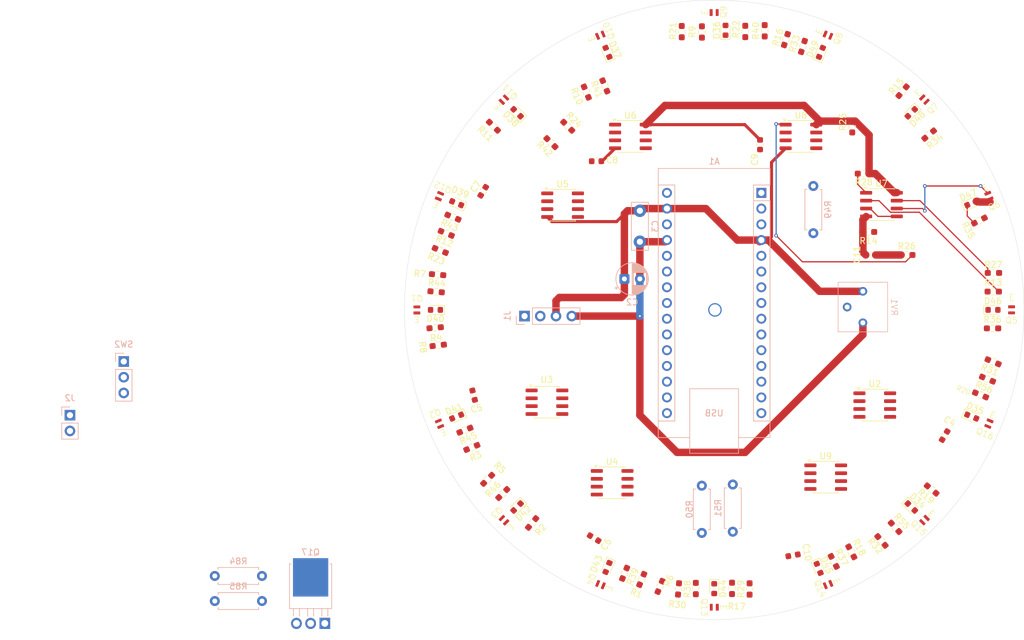
<source format=kicad_pcb>
(kicad_pcb (version 20241229) (generator "pcbnew") (generator_version "9.0")
  (layers (0 "F.Cu" signal) (2 "B.Cu" signal) (13 "F.Paste" user) (15 "B.Paste" user) (5 "F.SilkS" user "F.Silkscreen") (7 "B.SilkS" user "B.Silkscreen") (1 "F.Mask" user) (3 "B.Mask" user) (25 "Edge.Cuts" user))
  (net 0 "")
  (net 4 "VCC")
  (net 5 "Net-(A1-D0{slash}RX)")
  (net 6 "Net-(A1-A3)")
  (net 7 "Net-(A1-D1{slash}TX)")
  (net 8 "Net-(A1-D9)")
  (net 10 "Net-(A1-D10)")
  (net 11 "Net-(A1-D8)")
  (net 12 "Net-(A1-D6)")
  (net 13 "Net-(A1-A1)")
  (net 15 "Net-(A1-D4)")
  (net 16 "Net-(A1-D12)")
  (net 17 "Net-(A1-D3)")
  (net 18 "Net-(A1-D11)")
  (net 19 "Net-(A1-D5)")
  (net 21 "Net-(A1-D7)")
  (net 22 "Net-(A1-A4)")
  (net 23 "GND")
  (net 24 "Net-(A1-D13)")
  (net 25 "Net-(A1-D2)")
  (net 26 "Net-(A1-A0)")
  (net 28 "Net-(A1-A2)")
  (net 30 "Net-(D34-K)")
  (net 31 "Net-(D36-K)")
  (net 32 "Net-(D39-K)")
  (net 33 "Net-(D40-K)")
  (net 34 "Net-(D35-K)")
  (net 35 "Net-(D37-K)")
  (net 36 "Net-(D38-K)")
  (net 37 "Net-(D41-K)")
  (net 38 "Net-(D42-K)")
  (net 39 "Net-(D43-K)")
  (net 40 "Net-(D44-K)")
  (net 41 "Net-(D45-K)")
  (net 42 "Net-(D46-K)")
  (net 43 "Net-(D47-K)")
  (net 44 "Net-(D48-K)")
  (net 45 "Net-(D49-K)")
  (net 46 "Net-(J1-Pin_1)")
  (net 47 "Net-(J2-Pin_1)")
  (net 48 "Net-(Q1-E)")
  (net 49 "Net-(Q2-E)")
  (net 50 "Net-(Q3-E)")
  (net 51 "Net-(Q4-E)")
  (net 52 "Net-(Q5-E)")
  (net 53 "Net-(Q6-E)")
  (net 54 "Net-(Q7-E)")
  (net 55 "Net-(Q8-E)")
  (net 56 "Net-(Q9-E)")
  (net 57 "Net-(Q10-E)")
  (net 58 "Net-(Q11-E)")
  (net 59 "Net-(Q12-E)")
  (net 60 "Net-(Q13-E)")
  (net 61 "Net-(Q14-E)")
  (net 62 "Net-(Q15-E)")
  (net 63 "Net-(Q16-E)")
  (net 64 "Net-(Q17-D)")
  (net 65 "Net-(Q17-G)")
  (net 66 "Net-(R50-Pad1)")
  (net 67 "Net-(U2A-+)")
  (footprint "Resistor_SMD:R_0603_1608Metric_Pad0.98x0.95mm_HandSolder" (layer "F.Cu") (at 180.413456 64.699016 -130)
    (property "Reference" "R15")
    (property "Value" "R")
  )
  (footprint "NJL7502R:NJL7502R" (layer "F.Cu") (at 150 148 -90)
    (property "Reference" "Q13")
    (property "Value" "Q_Photo_NPN" (hide yes))
  )
  (footprint "LED_SMD:LED_0603_1608Metric" (layer "F.Cu") (at 181.819805 131.819805 -45)
    (property "Reference" "D34")
    (property "Value" "LED")
  )
  (footprint "LED_SMD:LED_0603_1608Metric" (layer "F.Cu") (at 166.857297 141.723273 -68)
    (property "Reference" "D45")
    (property "Value" "LED")
  )
  (footprint "Resistor_SMD:R_0603_1608Metric_Pad0.98x0.95mm_HandSolder" (layer "F.Cu") (at 161.575394 56.362733 -107.5)
    (property "Reference" "R16")
    (property "Value" "R")
  )
  (footprint "Resistor_SMD:R_0603_1608Metric_Pad0.98x0.95mm_HandSolder" (layer "F.Cu") (at 172.133346 139.061397 117.5)
    (property "Reference" "R18")
    (property "Value" "R")
  )
  (footprint "Resistor_SMD:R_0603_1608Metric_Pad0.98x0.95mm_HandSolder" (layer "F.Cu") (at 155.014 55.0525 -90)
    (property "Reference" "R22")
    (property "Value" "R")
  )
  (footprint "NJL7502R:NJL7502R" (layer "F.Cu") (at 194.346218 118.368805 -22.5)
    (property "Reference" "Q16")
    (property "Value" "Q_Photo_NPN" (hide yes))
  )
  (footprint "Capacitor_SMD:C_0603_1608Metric" (layer "F.Cu") (at 162.726774 139.622577 -170)
    (property "Reference" "C10")
    (property "Value" "C")
  )
  (footprint "Resistor_SMD:R_0603_1608Metric_Pad0.98x0.95mm_HandSolder" (layer "F.Cu") (at 129.3492 64.84304 -67.5)
    (property "Reference" "R10")
    (property "Value" "R")
  )
  (footprint "Resistor_SMD:R_0603_1608Metric_Pad0.98x0.95mm_HandSolder" (layer "F.Cu") (at 135.538606 142.520267 -112.5)
    (property "Reference" "R39")
    (property "Value" "R")
  )
  (footprint "Resistor_SMD:R_0603_1608Metric_Pad0.98x0.95mm_HandSolder" (layer "F.Cu") (at 144.76 55.0815 -90)
    (property "Reference" "R21")
    (property "Value" "R")
  )
  (footprint "NJL7502R:NJL7502R" (layer "F.Cu") (at 168.369805 144.346218 -67.5)
    (property "Reference" "Q14")
    (property "Value" "Q_Photo_NPN" (hide yes))
  )
  (footprint "NJL7502R:NJL7502R" (layer "F.Cu") (at 105.653782 118.368805 -157.5)
    (property "Reference" "Q2")
    (property "Value" "Q_Photo_NPN" (hide yes))
  )
  (footprint "Resistor_SMD:R_0603_1608Metric_Pad0.98x0.95mm_HandSolder" (layer "F.Cu") (at 195.0745 94.034 180)
    (property "Reference" "R27")
    (property "Value" "R")
  )
  (footprint "Resistor_SMD:R_0603_1608Metric_Pad0.98x0.95mm_HandSolder" (layer "F.Cu") (at 105.109028 97.079529 -5)
    (property "Reference" "R44")
    (property "Value" "R")
  )
  (footprint "NJL7502R:NJL7502R" (layer "F.Cu") (at 131.631195 55.653782 112.5)
    (property "Reference" "Q10")
    (property "Value" "Q_Photo_NPN" (hide yes))
  )
  (footprint "NJL7502R:NJL7502R" (layer "F.Cu") (at 183.941125 133.941125 -45)
    (property "Reference" "Q15")
    (property "Value" "Q_Photo_NPN" (hide yes))
  )
  (footprint "Package_SO:SOIC-8_3.9x4.9mm_P1.27mm" (layer "F.Cu") (at 164 72)
    (property "Reference" "U8")
    (property "Value" "LM393")
  )
  (footprint "LED_SMD:LED_0603_1608Metric" (layer "F.Cu") (at 151.827 54.8675 90)
    (property "Reference" "D36")
    (property "Value" "LED")
  )
  (footprint "LED_SMD:LED_0603_1608Metric" (layer "F.Cu") (at 108.425421 117.220754 -157.5)
    (property "Reference" "D41")
    (property "Value" "LED")
  )
  (footprint "Resistor_SMD:R_0603_1608Metric_Pad0.98x0.95mm_HandSolder" (layer "F.Cu") (at 110.87196 122.203199 22.5)
    (property "Reference" "R3")
    (property "Value" "R")
  )
  (footprint "Resistor_SMD:R_0603_1608Metric_Pad0.98x0.95mm_HandSolder" (layer "F.Cu") (at 172.28094 70.438209 -90)
    (property "Reference" "R25")
    (property "Value" "R")
  )
  (footprint "LED_SMD:LED_0603_1608Metric" (layer "F.Cu") (at 150 145 -90)
    (property "Reference" "D44")
    (property "Value" "LED")
  )
  (footprint "Resistor_SMD:R_0603_1608Metric_Pad0.98x0.95mm_HandSolder" (layer "F.Cu") (at 194.928 102.981)
    (property "Reference" "R36")
    (property "Value" "R")
  )
  (footprint "LED_SMD:LED_0603_1608Metric" (layer "F.Cu") (at 167.220754 58.425421 67.5)
    (property "Reference" "D49")
    (property "Value" "LED")
  )
  (footprint "Package_SO:SOIC-8_3.9x4.9mm_P1.27mm" (layer "F.Cu") (at 136.475 72)
    (property "Reference" "U6")
    (property "Value" "LM393")
  )
  (footprint "Resistor_SMD:R_0603_1608Metric_Pad0.98x0.95mm_HandSolder" (layer "F.Cu") (at 155.71 145.0525 90)
    (property "Reference" "R29")
    (property "Value" "R")
  )
  (footprint "Resistor_SMD:R_0603_1608Metric_Pad0.98x0.95mm_HandSolder" (layer "F.Cu") (at 113.427765 127.353235 45)
    (property "Reference" "R5")
    (property "Value" "R")
  )
  (footprint "LED_SMD:LED_0603_1608Metric" (layer "F.Cu") (at 191.574579 82.779246 22.5)
    (property "Reference" "D47")
    (property "Value" "LED")
  )
  (footprint "Resistor_SMD:R_0603_1608Metric_Pad0.98x0.95mm_HandSolder" (layer "F.Cu") (at 106.74296 87.644801 -22.5)
    (property "Reference" "R12")
    (property "Value" "R")
  )
  (footprint "Package_SO:SOIC-8_3.9x4.9mm_P1.27mm" (layer "F.Cu") (at 168 127)
    (property "Reference" "U9")
    (property "Value" "LM393")
  )
  (footprint "Capacitor_SMD:C_0603_1608Metric" (layer "F.Cu") (at 131 76)
    (property "Reference" "C8")
    (property "Value" "C")
  )
  (footprint "Capacitor_SMD:C_0603_1608Metric" (layer "F.Cu") (at 130.619204 136.848063 148.5)
    (property "Reference" "C6")
    (property "Value" "C")
  )
  (footprint "Resistor_SMD:R_0603_1608Metric_Pad0.98x0.95mm_HandSolder" (layer "F.Cu") (at 105.346972 94.31247 -5)
    (property "Reference" "R7")
    (property "Value" "R")
  )
  (footprint "LED_SMD:LED_0603_1608Metric" (layer "F.Cu") (at 195 100)
    (property "Reference" "D46")
    (property "Value" "LED")
  )
  (footprint "Resistor_SMD:R_0603_1608Metric_Pad0.98x0.95mm_HandSolder" (layer "F.Cu") (at 181.087499 91.134578)
    (property "Reference" "R26")
    (property "Value" "R")
  )
  (footprint "Package_SO:SOIC-8_3.9x4.9mm_P1.27mm" (layer "F.Cu") (at 125.525 83.095001)
    (property "Reference" "U5")
    (property "Value" "LM393")
  )
  (footprint "Resistor_SMD:R_0603_1608Metric_Pad0.98x0.95mm_HandSolder" (layer "F.Cu") (at 115.872765 129.646235 -135)
    (property "Reference" "R46")
    (property "Value" "R")
  )
  (footprint "NJL7502R:NJL7502R" (layer "F.Cu") (at 150 52 90)
    (property "Reference" "Q9")
    (property "Value" "Q_Photo_NPN" (hide yes))
  )
  (footprint "Resistor_SMD:R_0603_1608Metric_Pad0.98x0.95mm_HandSolder" (layer "F.Cu") (at 194.116 111.175 157.5)
    (property "Reference" "R56")
    (property "Value" "R")
  )
  (footprint "Resistor_SMD:R_0603_1608Metric_Pad0.98x0.95mm_HandSolder" (layer "F.Cu") (at 105.448302 105.726206 7)
    (property "Reference" "R8")
    (property "Value" "R")
  )
  (footprint "Resistor_SMD:R_0603_1608Metric_Pad0.98x0.95mm_HandSolder" (layer "F.Cu") (at 147.032 144.9815 -90)
    (property "Reference" "R38")
    (property "Value" "R")
  )
  (footprint "Resistor_SMD:R_0603_1608Metric_Pad0.98x0.95mm_HandSolder" (layer "F.Cu") (at 152.876 144.9565 90)
    (property "Reference" "R17")
    (property "Value" "R")
  )
  (footprint "Resistor_SMD:R_0603_1608Metric_Pad0.98x0.95mm_HandSolder" (layer "F.Cu") (at 138.302801 143.51204 67.5)
    (property "Reference" "R1")
    (property "Value" "R")
  )
  (footprint "NJL7502R:NJL7502R" (layer "F.Cu") (at 168.368805 55.653782 67.5)
    (property "Reference" "Q8")
    (property "Value" "Q_Photo_NPN" (hide yes))
  )
  (footprint "Resistor_SMD:R_0603_1608Metric_Pad0.98x0.95mm_HandSolder" (layer "F.Cu") (at 120.605 134.395 50)
    (property "Reference" "R2")
    (property "Value" "R")
  )
  (footprint "Capacitor_SMD:C_0603_1608Metric" (layer "F.Cu") (at 111.163511 113.769021 104)
    (property "Reference" "C5")
    (property "Value" "C")
  )
  (footprint "Resistor_SMD:R_0603_1608Metric_Pad0.98x0.95mm_HandSolder" (layer "F.Cu") (at 158.15 54.9415 90)
    (property "Reference" "R40")
    (property "Value" "R")
  )
  (footprint "NJL7502R:NJL7502R" (layer "F.Cu") (at 102 100 180)
    (property "Reference" "Q1")
    (property "Value" "Q_Photo_NPN" (hide yes))
  )
  (footprint "Resistor_SMD:R_0603_1608Metric_Pad0.98x0.95mm_HandSolder" (layer "F.Cu") (at 179.2 135.1 -48)
    (property "Reference" "R55")
    (property "Value" "R")
  )
  (footprint "Resistor_SMD:R_0603_1608Metric_Pad0.98x0.95mm_HandSolder" (layer "F.Cu") (at 123.645235 73 135)
    (property "Reference" "R42")
    (property "Value" "R")
  )
  (footprint "NJL7502R:NJL7502R" (layer "F.Cu") (at 198 100)
    (property "Reference" "Q5")
    (property "Value" "Q_Photo_NPN" (hide yes))
  )
  (footprint "LED_SMD:LED_0603_1608Metric" (layer "F.Cu") (at 108.425421 82.779246 157.5)
    (property "Reference" "D39")
    (property "Value" "LED")
  )
  (footprint "NJL7502R:NJL7502R" (layer "F.Cu") (at 105.653782 81.631195 157.5)
    (property "Reference" "Q12")
    (property "Value" "Q_Photo_NPN" (hide yes))
  )
  (footprint "Resistor_SMD:R_0603_1608Metric_Pad0.98x0.95mm_HandSolder" (layer "F.Cu") (at 105.77896 90.403801 -22.5)
    (property "Reference" "R23")
    (property "Value" "R")
  )
  (footprint "Resistor_SMD:R_0603_1608Metric_Pad0.98x0.95mm_HandSolder" (layer "F.Cu") (at 174.9125 87.421344 180)
    (property "Reference" "R14")
    (property "Value" "R")
  )
  (footprint "Package_SO:SOIC-8_3.9x4.9mm_P1.27mm" (layer "F.Cu") (at 175.917463 115.365)
    (property "Reference" "U2")
    (property "Value" "LM393")
  )
  (footprint "Resistor_SMD:R_0603_1608Metric_Pad0.98x0.95mm_HandSolder" (layer "F.Cu") (at 104.951972 102.88253 5)
    (property "Reference" "R4")
    (property "Value" "R")
  )
  (footprint "Resistor_SMD:R_0603_1608Metric_Pad0.98x0.95mm_HandSolder" (layer "F.Cu") (at 144.23947 145.043028 85)
    (property "Reference" "R30")
    (property "Value" "R")
  )
  (footprint "Resistor_SMD:R_0603_1608Metric_Pad0.98x0.95mm_HandSolder" (layer "F.Cu") (at 164.325606 57.470267 72.5)
    (property "Reference" "R33")
    (property "Value" "R")
  )
  (footprint "NJL7502R:NJL7502R" (layer "F.Cu") (at 194.346218 81.631195 22.5)
    (property "Reference" "Q6")
    (property "Value" "Q_Photo_NPN" (hide yes))
  )
  (footprint "LED_SMD:LED_0603_1608Metric" (layer "F.Cu") (at 191.574579 117.220754 -22.5)
    (property "Reference" "D35")
    (property "Value" "LED")
  )
  (footprint "NJL7502R:NJL7502R" (layer "F.Cu") (at 116.058875 133.941125 -135)
    (property "Reference" "Q3")
    (property "Value" "Q_Photo_NPN" (hide yes))
  )
  (footprint "Package_SO:SOIC-8_3.9x4.9mm_P1.27mm" (layer "F.Cu") (at 177 83)
    (property "Reference" "U7")
    (property "Value" "LM393")
  )
  (footprint "Capacitor_SMD:C_0603_1608Metric" (layer "F.Cu") (at 187.201839 120.293685 -121.5)
    (property "Reference" "C4")
    (property "Value" "C")
  )
  (footprint "Resistor_SMD:R_0603_1608Metric_Pad0.98x0.95mm_HandSolder" (layer "F.Cu") (at 114.354765 70.346765 -45)
    (property "Reference" "R11")
    (property "Value" "R")
  )
  (footprint "Capacitor_SMD:C_0603_1608Metric" (layer "F.Cu") (at 175.236774 91.134578 180)
    (property "Reference" "C11")
    (property "Value" "C")
  )
  (footprint "Resistor_SMD:R_0603_1608Metric_Pad0.98x0.95mm_HandSolder" (layer "F.Cu") (at 192.994 113.722 157.5)
    (property "Reference" "R20")
    (property "Value" "R")
  )
  (footprint "Resistor_SMD:R_0603_1608Metric_Pad0.98x0.95mm_HandSolder" (layer "F.Cu") (at 132.349199 63.84304 112.5)
    (property "Reference" "R41")
    (property "Value" "R")
  )
  (footprint "Resistor_SMD:R_0603_1608Metric_Pad0.98x0.95mm_HandSolder" (layer "F.Cu") (at 185.1 129 140)
    (property "Reference" "R19")
    (property "Value" "R")
  )
  (footprint "NJL7502R:NJL7502R" (layer "F.Cu") (at 183.941125 66.058875 45)
    (property "Reference" "Q7")
    (property "Value" "Q_Photo_NPN" (hide yes))
  )
  (footprint "Resistor_SMD:R_0603_1608Metric_Pad0.98x0.95mm_HandSolder" (layer "F.Cu") (at 184.699016 71.699016 -140)
    (property "Reference" "R34")
    (property "Value" "R")
  )
  (footprint "Resistor_SMD:R_0603_1608Metric_Pad0.98x0.95mm_HandSolder" (layer "F.Cu") (at 192.809397 85.578654 27.5)
    (property "Reference" "R35")
    (property "Value" "R")
  )
  (footprint "Resistor_SMD:R_0603_1608Metric_Pad0.98x0.95mm_HandSolder" (layer "F.Cu") (at 109.75896 119.412198 -157.5)
    (property "Reference" "R45")
    (property "Value" "R")
  )
  (footprint "LED_SMD:LED_0603_1608Metric" (layer "F.Cu") (at 132.779246 141.574579 -112.5)
    (property "Reference" "D43")
    (property "Value" "LED")
  )
  (footprint "LED_SMD:LED_0603_1608Metric" (layer "F.Cu") (at 181.819805 68.180195 -135)
    (property "Reference" "D48")
    (property "Value" "LED")
  )
  (footprint "Resistor_SMD:R_0603_1608Metric_Pad0.98x0.95mm_HandSolder" (layer "F.Cu") (at 174.0875 78 180)
    (property "Reference" "R28")
    (property "Value" "R")
  )
  (footprint "Resistor_SMD:R_0603_1608Metric_Pad0.98x0.95mm_HandSolder" (layer "F.Cu") (at 141.253199 144.63696 67.5)
    (property "Reference" "R6")
    (property "Value" "R")
  )
  (footprint "Package_SO:SOIC-8_3.9x4.9mm_P1.27mm" (layer "F.Cu") (at 123 114.905)
    (property "Reference" "U3")
    (property "Value" "LM393")
  )
  (footprint "Resistor_SMD:R_0603_1608Metric_Pad0.98x0.95mm_HandSolder" (layer "F.Cu") (at 148.017 55.1335 -90)
    (property "Reference" "R9")
    (property "Value" "R")
  )
  (footprint "Capacitor_SMD:C_0603_1608Metric" (layer "F.Cu") (at 112.710063 80.850796 58.5)
    (property "Reference" "C7")
    (property "Value" "C")
  )
  (footprint "Resistor_SMD:R_0603_1608Metric_Pad0.98x0.95mm_HandSolder" (layer "F.Cu") (at 169.3 140.6 -62.5)
    (property "Reference" "R37")
    (property "Value" "R")
  )
  (footprint "LED_SMD:LED_0603_1608Metric" (layer "F.Cu") (at 105 100 180)
    (property "Reference" "D40")
    (property "Value" "LED")
  )
  (footprint "Package_SO:SOIC-8_3.9x4.9mm_P1.27mm" (layer "F.Cu") (at 133.525 127.905)
    (property "Reference" "U4")
    (property "Value" "LM393")
  )
  (footprint "Resistor_SMD:R_0603_1608Metric_Pad0.98x0.95mm_HandSolder" (layer "F.Cu") (at 195.046 97.048 180)
    (property "Reference" "R13")
    (property "Value" "R")
  )
  (footprint "LED_SMD:LED_0603_1608Metric" (layer "F.Cu") (at 118.180195 131.819805 -135)
    (property "Reference" "D42")
    (property "Value" "LED")
  )
  (footprint "LED_SMD:LED_0603_1608Metric" (layer "F.Cu") (at 118.180195 68.180195 135)
    (property "Reference" "D38")
    (property "Value" "LED")
  )
  (footprint "LED_SMD:LED_0603_1608Metric" (layer "F.Cu") (at 132.779246 58.425421 112.5)
    (property "Reference" "D37")
    (property "Value" "LED")
  )
  (footprint "Resistor_SMD:R_0603_1608Metric_Pad0.98x0.95mm_HandSolder" (layer "F.Cu") (at 126.354765 70.354765 -45)
    (property "Reference" "R24")
    (property "Value" "R")
  )
  (footprint "NJL7502R:NJL7502R" (layer "F.Cu") (at 116.058875 66.058875 135)
    (property "Reference" "Q11")
    (property "Value" "Q_Photo_NPN" (hide yes))
  )
  (footprint "Capacitor_SMD:C_0603_1608Metric" (layer "F.Cu") (at 157.399155 73.335694 -90)
    (property "Reference" "C9")
    (property "Value" "C")
  )
  (footprint "NJL7502R:NJL7502R" (layer "F.Cu") (at 131.632195 144.346218 -112.5)
    (property "Reference" "Q4")
    (property "Value" "Q_Photo_NPN" (hide yes))
  )
  (footprint "Resistor_SMD:R_0603_1608Metric_Pad0.98x0.95mm_HandSolder" (layer "F.Cu") (at 195.018887 108.378732 157.5)
    (property "Reference" "R31")
    (property "Value" "R")
  )
  (footprint "Resistor_SMD:R_0603_1608Metric_Pad0.98x0.95mm_HandSolder" (layer "F.Cu") (at 107.82396 85.028801 157.5)
    (property "Reference" "R43")
    (property "Value" "R")
  )
  (footprint "Resistor_SMD:R_0603_1608Metric_Pad0.98x0.95mm_HandSolder" (layer "F.Cu") (at 177 137.3 130)
    (property "Reference" "R32")
    (property "Value" "R")
  )
  (footprint "Connector_PinSocket_2.54mm:PinSocket_1x03_P2.54mm_Vertical" (layer "B.Cu") (at 54.683762 108.331 180)
    (property "Reference" "SW2")
    (property "Value" "SW_DPST_x2")
  )
  (footprint "Resistor_THT:R_Axial_DIN0207_L6.3mm_D2.5mm_P7.62mm_Horizontal" (layer "B.Cu") (at 77 142.95 180)
    (property "Reference" "R84")
    (property "Value" "R")
  )
  (footprint "Capacitor_THT:CP_Radial_D5.0mm_P2.50mm" (layer "B.Cu") (at 135.5 95)
    (property "Reference" "C2")
    (property "Value" "C")
  )
  (footprint "Connector_PinSocket_2.54mm:PinSocket_1x02_P2.54mm_Vertical" (layer "B.Cu") (at 46 117 180)
    (property "Reference" "J2")
    (property "Value" "Conn_01x02_Socket")
  )
  (footprint "Connector_PinSocket_2.54mm:PinSocket_1x04_P2.54mm_Vertical" (layer "B.Cu") (at 119.38 101 -90)
    (property "Reference" "J1")
    (property "Value" "Conn_01x04_Socket")
  )
  (footprint "Module:Arduino_Nano" (layer "B.Cu") (at 157.61 81.109 180)
    (property "Reference" "A1")
    (property "Value" "Arduino_Nano_v2.x")
  )
  (footprint "Resistor_THT:R_Axial_DIN0207_L6.3mm_D2.5mm_P7.62mm_Horizontal" (layer "B.Cu") (at 153 128.19 -90)
    (property "Reference" "R51")
    (property "Value" "R")
  )
  (footprint "hankotei:名称未設定" (layer "B.Cu") (at 174 99.54 90)
    (property "Reference" "RV1")
    (property "Value" "R_Potentiometer_Trim")
  )
  (footprint "Capacitor_THT:C_Disc_D7.5mm_W2.5mm_P5.00mm" (layer "B.Cu") (at 138 89 90)
    (property "Reference" "C3")
    (property "Value" "C")
  )
  (footprint "Resistor_THT:R_Axial_DIN0207_L6.3mm_D2.5mm_P7.62mm_Horizontal" (layer "B.Cu") (at 148 136 90)
    (property "Reference" "R50")
    (property "Value" "R")
  )
  (footprint "Resistor_THT:R_Axial_DIN0207_L6.3mm_D2.5mm_P7.62mm_Horizontal" (layer "B.Cu") (at 166 87.62 90)
    (property "Reference" "R49")
    (property "Value" "R")
  )
  (footprint "Resistor_THT:R_Axial_DIN0207_L6.3mm_D2.5mm_P7.62mm_Horizontal" (layer "B.Cu") (at 77 147 180)
    (property "Reference" "R85")
    (property "Value" "R")
  )
  (footprint "Package_TO_SOT_THT:TO-251-3-1EP_Horizontal_TabDown" (layer "B.Cu") (at 87.139762 150.611 180)
    (property "Reference" "Q17")
    (property "Value" "NMOS")
  )
  (gr_circle (center 150.12 100) (end 149.12 100) (stroke (width 0.2)) (fill no) (layer "B.Cu") (net 26))
  (gr_circle (center 150 100) (end 200 100) (stroke (width 0.05)) (fill no) (layer "Edge.Cuts"))
  (segment (start 175 78) (end 175 71.769769) (width 1.2) (layer "F.Cu") (net 4))
  (segment (start 167.044292 69.525709) (end 164.518583 67) (width 1.2) (layer "F.Cu") (net 4))
  (segment (start 142.045 67) (end 138.95 70.095) (width 1.2) (layer "F.Cu") (net 4))
  (segment (start 142.099 89) (end 142.37 88.729) (width 1.2) (layer "F.Cu") (net 4))
  (segment (start 157.399155 72.560693) (end 154.933462 70.095) (width 0.5) (layer "F.Cu") (net 4))
  (segment (start 138 89) (end 138 95) (width 1.2) (layer "F.Cu") (net 4))
  (segment (start 127 101) (end 138 101) (width 1.2) (layer "F.Cu") (net 4))
  (segment (start 144 123) (end 155 123) (width 1.2) (layer "F.Cu") (net 4))
  (segment (start 175 71.769769) (end 172.75594 69.525709) (width 1.2) (layer "F.Cu") (net 4))
  (segment (start 172.28094 69.525709) (end 167.044292 69.525709) (width 1.2) (layer "F.Cu") (net 4))
  (segment (start 192.302134 82.477883) (end 192.477883 82.477883) (width 1.2) (layer "F.Cu") (net 4))
  (segment (start 138 117) (end 144 123) (width 1.2) (layer "F.Cu") (net 4))
  (segment (start 138 89) (end 142.099 89) (width 1.2) (layer "F.Cu") (net 4))
  (segment (start 155 123) (end 174 104) (width 1.2) (layer "F.Cu") (net 4))
  (segment (start 175 78) (end 176 78) (width 1.2) (layer "F.Cu") (net 4))
  (segment (start 192.477883 82.477883) (end 192.584442 82.584442) (width 1.2) (layer "F.Cu") (net 4))
  (segment (start 138 101) (end 138 117) (width 1.2) (layer "F.Cu") (net 4))
  (segment (start 179.064 81.064) (end 179.475 81.064) (width 1.2) (layer "F.Cu") (net 4))
  (segment (start 174 104) (end 174 102.08) (width 1.2) (layer "F.Cu") (net 4))
  (segment (start 154.933462 70.095) (end 138.95 70.095) (width 0.5) (layer "F.Cu") (net 4))
  (segment (start 167.044292 69.525709) (end 166.475001 70.095) (width 1.2) (layer "F.Cu") (net 4))
  (segment (start 176 78) (end 179.064 81.064) (width 1.2) (layer "F.Cu") (net 4))
  (segment (start 180.174998 91.134578) (end 176.062774 91.134578) (width 1.2) (layer "F.Cu") (net 4))
  (segment (start 192.584442 82.584442) (end 194.529715 82.584442) (width 1.2) (layer "F.Cu") (net 4))
  (segment (start 164.518583 67) (end 142.045 67) (width 1.2) (layer "F.Cu") (net 4))
  (segment (start 172.75594 69.525709) (end 172.28094 69.525709) (width 1.2) (layer "F.Cu") (net 4))
  (via (at 138 101) (size 1.2) (drill 0.3) (layers "F.Cu" "B.Cu") (net 4))
  (segment (start 138 101) (end 138 95) (width 1.2) (layer "B.Cu") (net 4))
  (segment (start 174.525 81.095) (end 173.175 79.745) (width 0.2) (layer "F.Cu") (net 6))
  (segment (start 173.175 79.745) (end 173.175 78) (width 0.2) (layer "F.Cu") (net 6))
  (segment (start 164.235579 92.235579) (end 160 88) (width 0.2) (layer "F.Cu") (net 13))
  (segment (start 182 91.134578) (end 180.898999 92.235579) (width 0.2) (layer "F.Cu") (net 13))
  (segment (start 180.898999 92.235579) (end 164.235579 92.235579) (width 0.2) (layer "F.Cu") (net 13))
  (segment (start 160 70) (end 161.43 70) (width 0.2) (layer "F.Cu") (net 13))
  (segment (start 161.43 70) (end 161.525 70.095) (width 0.2) (layer "F.Cu") (net 13))
  (via (at 160 70) (size 0.6) (drill 0.3) (layers "F.Cu" "B.Cu") (net 13))
  (via (at 160 88) (size 0.6) (drill 0.3) (layers "F.Cu" "B.Cu") (net 13))
  (segment (start 160 88) (end 160 70) (width 0.2) (layer "B.Cu") (net 13))
  (segment (start 174 90.672805) (end 174 87.421345) (width 1.2) (layer "F.Cu") (net 23))
  (segment (start 124.46 98.54) (end 125 98) (width 1.2) (layer "F.Cu") (net 23))
  (segment (start 138 84) (end 139 84) (width 0.2) (layer "F.Cu") (net 23))
  (segment (start 174 87.421345) (end 174 85.461) (width 1.2) (layer "F.Cu") (net 23))
  (segment (start 157.61 88.729) (end 158.729 88.729) (width 1.2) (layer "F.Cu") (net 23))
  (segment (start 159.249 76.180999) (end 159.249 88.209) (width 0.5) (layer "F.Cu") (net 23))
  (segment (start 138.351 83.649) (end 138 84) (width 1.2) (layer "F.Cu") (net 23))
  (segment (start 135.5 95) (end 135.5 84.5) (width 1.2) (layer "F.Cu") (net 23))
  (segment (start 142.37 83.649) (end 148.649 83.649) (width 1.2) (layer "F.Cu") (net 23))
  (segment (start 135 98) (end 135.5 97.5) (width 1.2) (layer "F.Cu") (net 23))
  (segment (start 124.46 101) (end 124.46 98.54) (width 1.2) (layer "F.Cu") (net 23))
  (segment (start 131.775 76) (end 131.905 76) (width 0.5) (layer "F.Cu") (net 23))
  (segment (start 123.800999 85.751) (end 134.249 85.751) (width 0.5) (layer "F.Cu") (net 23))
  (segment (start 134.249 85.751) (end 136 84) (width 0.5) (layer "F.Cu") (net 23))
  (segment (start 142.37 83.649) (end 138.351 83.649) (width 1.2) (layer "F.Cu") (net 23))
  (segment (start 136 84) (end 138 84) (width 1.2) (layer "F.Cu") (net 23))
  (segment (start 167 97) (end 174 97) (width 1.2) (layer "F.Cu") (net 23))
  (segment (start 153.729 88.729) (end 157.61 88.729) (width 1.2) (layer "F.Cu") (net 23))
  (segment (start 161.524999 73.905) (end 159.249 76.180999) (width 0.5) (layer "F.Cu") (net 23))
  (segment (start 158.729 88.729) (end 167 97) (width 1.2) (layer "F.Cu") (net 23))
  (segment (start 135.5 97.5) (end 135.5 95) (width 1.2) (layer "F.Cu") (net 23))
  (segment (start 174.461774 91.134579) (end 174 90.672805) (width 1.2) (layer "F.Cu") (net 23))
  (segment (start 131.905 76) (end 134 73.905) (width 0.5) (layer "F.Cu") (net 23))
  (segment (start 125 98) (end 135 98) (width 1.2) (layer "F.Cu") (net 23))
  (segment (start 174 85.461) (end 174.525 84.936) (width 1.2) (layer "F.Cu") (net 23))
  (segment (start 123.05 85.000001) (end 123.800999 85.751) (width 0.5) (layer "F.Cu") (net 23))
  (segment (start 135.5 84.5) (end 136 84) (width 1.2) (layer "F.Cu") (net 23))
  (segment (start 148.649 83.649) (end 153.729 88.729) (width 1.2) (layer "F.Cu") (net 23))
  (segment (start 157.339 89) (end 157.61 88.729) (width 1.2) (layer "F.Cu") (net 23))
  (segment (start 159.249 88.209) (end 158.729 88.729) (width 0.5) (layer "F.Cu") (net 23))
  (segment (start 194.162 93.312057) (end 194.162 94.034) (width 0.2) (layer "F.Cu") (net 28))
  (segment (start 179.475 82.365) (end 183.214943 82.365) (width 0.2) (layer "F.Cu") (net 28))
  (segment (start 183.214943 82.365) (end 194.162 93.312057) (width 0.2) (layer "F.Cu") (net 28))
  (segment (start 190.847024 84.847024) (end 192 86) (width 0.2) (layer "F.Cu") (net 43))
  (segment (start 190.847024 83.080609) (end 190.847024 84.847024) (width 0.2) (layer "F.Cu") (net 43))
  (segment (start 176.588032 82.365) (end 178.459032 84.236) (width 0.2) (layer "F.Cu") (net 52))
  (segment (start 178.459032 84.236) (end 183.108366 84.236) (width 0.2) (layer "F.Cu") (net 52))
  (segment (start 174.525 82.365) (end 176.588032 82.365) (width 0.2) (layer "F.Cu") (net 52))
  (segment (start 183.108366 84.236) (end 195.920366 97.048) (width 0.2) (layer "F.Cu") (net 52))
  (segment (start 195.920366 97.048) (end 195.9585 97.048) (width 0.2) (layer "F.Cu") (net 52))
  (segment (start 194.15545 81.15545) (end 193 80) (width 0.2) (layer "F.Cu") (net 53))
  (segment (start 194.15545 81.170641) (end 194.15545 81.15545) (width 0.2) (layer "F.Cu") (net 53))
  (segment (start 193 80) (end 184 80) (width 0.2) (layer "F.Cu") (net 53))
  (segment (start 183.635 83.635) (end 179.475 83.635) (width 0.2) (layer "F.Cu") (net 53))
  (segment (start 184 84) (end 183.635 83.635) (width 0.2) (layer "F.Cu") (net 53))
  (via (at 184 84) (size 0.6) (drill 0.3) (layers "F.Cu" "B.Cu") (net 53))
  (via (at 193 80) (size 0.6) (drill 0.3) (layers "F.Cu" "B.Cu") (net 53))
  (via (at 184 80) (size 0.6) (drill 0.3) (layers "F.Cu" "B.Cu") (net 53))
  (segment (start 184 80) (end 184 84) (width 0.2) (layer "B.Cu") (net 53))
  (segment (start 175.15481 83.635) (end 174.525 83.635) (width 0.2) (layer "F.Cu") (net 67))
  (segment (start 179.475 84.905) (end 176.42481 84.905) (width 0.2) (layer "F.Cu") (net 67))
  (segment (start 176.42481 84.905) (end 175.15481 83.635) (width 0.2) (layer "F.Cu") (net 67))
)
</source>
